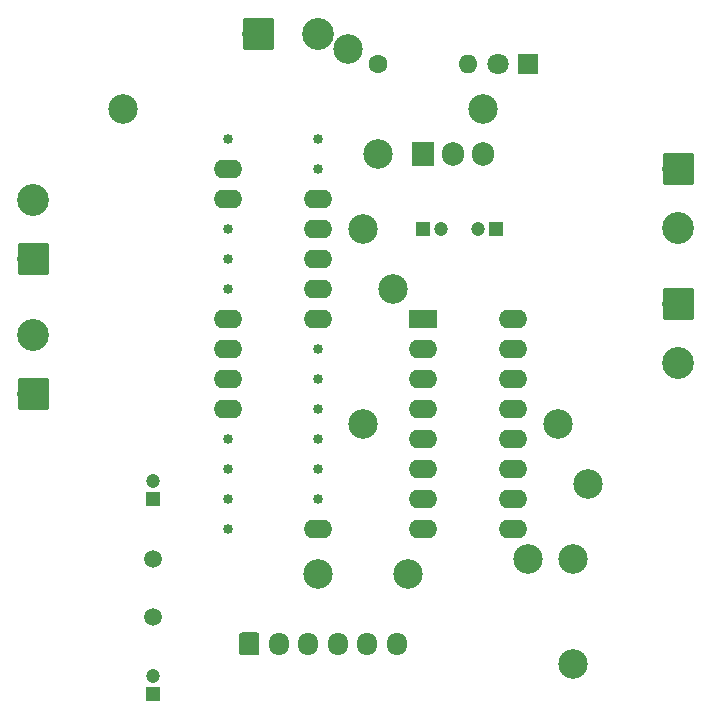
<source format=gbr>
G04 #@! TF.GenerationSoftware,KiCad,Pcbnew,(5.0.1)-4*
G04 #@! TF.CreationDate,2020-01-15T00:06:17+05:45*
G04 #@! TF.ProjectId,RC_Car,52435F4361722E6B696361645F706362,rev?*
G04 #@! TF.SameCoordinates,Original*
G04 #@! TF.FileFunction,Copper,L1,Top,Signal*
G04 #@! TF.FilePolarity,Positive*
%FSLAX46Y46*%
G04 Gerber Fmt 4.6, Leading zero omitted, Abs format (unit mm)*
G04 Created by KiCad (PCBNEW (5.0.1)-4) date 15-Jan-20 12:06:17 AM*
%MOMM*%
%LPD*%
G01*
G04 APERTURE LIST*
G04 #@! TA.AperFunction,ComponentPad*
%ADD10C,1.200000*%
G04 #@! TD*
G04 #@! TA.AperFunction,ComponentPad*
%ADD11R,1.200000X1.200000*%
G04 #@! TD*
G04 #@! TA.AperFunction,ComponentPad*
%ADD12R,1.800000X1.800000*%
G04 #@! TD*
G04 #@! TA.AperFunction,ComponentPad*
%ADD13C,1.800000*%
G04 #@! TD*
G04 #@! TA.AperFunction,Conductor*
%ADD14C,0.100000*%
G04 #@! TD*
G04 #@! TA.AperFunction,ComponentPad*
%ADD15C,2.700000*%
G04 #@! TD*
G04 #@! TA.AperFunction,ComponentPad*
%ADD16C,1.600000*%
G04 #@! TD*
G04 #@! TA.AperFunction,ComponentPad*
%ADD17O,1.600000X1.600000*%
G04 #@! TD*
G04 #@! TA.AperFunction,ComponentPad*
%ADD18O,0.850000X0.850000*%
G04 #@! TD*
G04 #@! TA.AperFunction,ComponentPad*
%ADD19O,2.400000X1.600000*%
G04 #@! TD*
G04 #@! TA.AperFunction,ComponentPad*
%ADD20R,2.400000X1.600000*%
G04 #@! TD*
G04 #@! TA.AperFunction,ComponentPad*
%ADD21R,1.905000X2.000000*%
G04 #@! TD*
G04 #@! TA.AperFunction,ComponentPad*
%ADD22O,1.905000X2.000000*%
G04 #@! TD*
G04 #@! TA.AperFunction,ComponentPad*
%ADD23C,1.500000*%
G04 #@! TD*
G04 #@! TA.AperFunction,ComponentPad*
%ADD24C,1.700000*%
G04 #@! TD*
G04 #@! TA.AperFunction,ComponentPad*
%ADD25O,1.700000X1.950000*%
G04 #@! TD*
G04 #@! TA.AperFunction,ViaPad*
%ADD26C,2.500000*%
G04 #@! TD*
G04 APERTURE END LIST*
D10*
G04 #@! TO.P,C2,2*
G04 #@! TO.N,gnd*
X65000000Y-40640000D03*
D11*
G04 #@! TO.P,C2,1*
G04 #@! TO.N,+12V*
X63500000Y-40640000D03*
G04 #@! TD*
G04 #@! TO.P,C3,1*
G04 #@! TO.N,Net-(BluetoothModule1-Pad5)*
X69620000Y-40640000D03*
D10*
G04 #@! TO.P,C3,2*
G04 #@! TO.N,gnd*
X68120000Y-40640000D03*
G04 #@! TD*
G04 #@! TO.P,C4,2*
G04 #@! TO.N,gnd*
X40640000Y-62000000D03*
D11*
G04 #@! TO.P,C4,1*
G04 #@! TO.N,Net-(C4-Pad1)*
X40640000Y-63500000D03*
G04 #@! TD*
G04 #@! TO.P,C5,1*
G04 #@! TO.N,gnd*
X40640000Y-80010000D03*
D10*
G04 #@! TO.P,C5,2*
G04 #@! TO.N,Net-(C5-Pad2)*
X40640000Y-78510000D03*
G04 #@! TD*
D12*
G04 #@! TO.P,D1,1*
G04 #@! TO.N,gnd*
X72390000Y-26670000D03*
D13*
G04 #@! TO.P,D1,2*
G04 #@! TO.N,Net-(D1-Pad2)*
X69850000Y-26670000D03*
G04 #@! TD*
D14*
G04 #@! TO.N,+12V*
G04 #@! TO.C,J4*
G36*
X50654503Y-22781204D02*
X50678772Y-22784804D01*
X50702570Y-22790765D01*
X50725670Y-22799030D01*
X50747849Y-22809520D01*
X50768892Y-22822133D01*
X50788598Y-22836748D01*
X50806776Y-22853224D01*
X50823252Y-22871402D01*
X50837867Y-22891108D01*
X50850480Y-22912151D01*
X50860970Y-22934330D01*
X50869235Y-22957430D01*
X50875196Y-22981228D01*
X50878796Y-23005497D01*
X50880000Y-23030001D01*
X50880000Y-25229999D01*
X50878796Y-25254503D01*
X50875196Y-25278772D01*
X50869235Y-25302570D01*
X50860970Y-25325670D01*
X50850480Y-25347849D01*
X50837867Y-25368892D01*
X50823252Y-25388598D01*
X50806776Y-25406776D01*
X50788598Y-25423252D01*
X50768892Y-25437867D01*
X50747849Y-25450480D01*
X50725670Y-25460970D01*
X50702570Y-25469235D01*
X50678772Y-25475196D01*
X50654503Y-25478796D01*
X50629999Y-25480000D01*
X48430001Y-25480000D01*
X48405497Y-25478796D01*
X48381228Y-25475196D01*
X48357430Y-25469235D01*
X48334330Y-25460970D01*
X48312151Y-25450480D01*
X48291108Y-25437867D01*
X48271402Y-25423252D01*
X48253224Y-25406776D01*
X48236748Y-25388598D01*
X48222133Y-25368892D01*
X48209520Y-25347849D01*
X48199030Y-25325670D01*
X48190765Y-25302570D01*
X48184804Y-25278772D01*
X48181204Y-25254503D01*
X48180000Y-25229999D01*
X48180000Y-23030001D01*
X48181204Y-23005497D01*
X48184804Y-22981228D01*
X48190765Y-22957430D01*
X48199030Y-22934330D01*
X48209520Y-22912151D01*
X48222133Y-22891108D01*
X48236748Y-22871402D01*
X48253224Y-22853224D01*
X48271402Y-22836748D01*
X48291108Y-22822133D01*
X48312151Y-22809520D01*
X48334330Y-22799030D01*
X48357430Y-22790765D01*
X48381228Y-22784804D01*
X48405497Y-22781204D01*
X48430001Y-22780000D01*
X50629999Y-22780000D01*
X50654503Y-22781204D01*
X50654503Y-22781204D01*
G37*
D15*
G04 #@! TD*
G04 #@! TO.P,J4,1*
G04 #@! TO.N,+12V*
X49530000Y-24130000D03*
G04 #@! TO.P,J4,2*
G04 #@! TO.N,gnd*
X54530000Y-24130000D03*
G04 #@! TD*
D14*
G04 #@! TO.N,Net-(Motor1-Pad1)*
G04 #@! TO.C,Motor1*
G36*
X86214503Y-45641204D02*
X86238772Y-45644804D01*
X86262570Y-45650765D01*
X86285670Y-45659030D01*
X86307849Y-45669520D01*
X86328892Y-45682133D01*
X86348598Y-45696748D01*
X86366776Y-45713224D01*
X86383252Y-45731402D01*
X86397867Y-45751108D01*
X86410480Y-45772151D01*
X86420970Y-45794330D01*
X86429235Y-45817430D01*
X86435196Y-45841228D01*
X86438796Y-45865497D01*
X86440000Y-45890001D01*
X86440000Y-48089999D01*
X86438796Y-48114503D01*
X86435196Y-48138772D01*
X86429235Y-48162570D01*
X86420970Y-48185670D01*
X86410480Y-48207849D01*
X86397867Y-48228892D01*
X86383252Y-48248598D01*
X86366776Y-48266776D01*
X86348598Y-48283252D01*
X86328892Y-48297867D01*
X86307849Y-48310480D01*
X86285670Y-48320970D01*
X86262570Y-48329235D01*
X86238772Y-48335196D01*
X86214503Y-48338796D01*
X86189999Y-48340000D01*
X83990001Y-48340000D01*
X83965497Y-48338796D01*
X83941228Y-48335196D01*
X83917430Y-48329235D01*
X83894330Y-48320970D01*
X83872151Y-48310480D01*
X83851108Y-48297867D01*
X83831402Y-48283252D01*
X83813224Y-48266776D01*
X83796748Y-48248598D01*
X83782133Y-48228892D01*
X83769520Y-48207849D01*
X83759030Y-48185670D01*
X83750765Y-48162570D01*
X83744804Y-48138772D01*
X83741204Y-48114503D01*
X83740000Y-48089999D01*
X83740000Y-45890001D01*
X83741204Y-45865497D01*
X83744804Y-45841228D01*
X83750765Y-45817430D01*
X83759030Y-45794330D01*
X83769520Y-45772151D01*
X83782133Y-45751108D01*
X83796748Y-45731402D01*
X83813224Y-45713224D01*
X83831402Y-45696748D01*
X83851108Y-45682133D01*
X83872151Y-45669520D01*
X83894330Y-45659030D01*
X83917430Y-45650765D01*
X83941228Y-45644804D01*
X83965497Y-45641204D01*
X83990001Y-45640000D01*
X86189999Y-45640000D01*
X86214503Y-45641204D01*
X86214503Y-45641204D01*
G37*
D15*
G04 #@! TD*
G04 #@! TO.P,Motor1,1*
G04 #@! TO.N,Net-(Motor1-Pad1)*
X85090000Y-46990000D03*
G04 #@! TO.P,Motor1,2*
G04 #@! TO.N,Net-(Motor1-Pad2)*
X85090000Y-51990000D03*
G04 #@! TD*
G04 #@! TO.P,Motor2,2*
G04 #@! TO.N,Net-(Motor1-Pad2)*
X85090000Y-40560000D03*
D14*
G04 #@! TD*
G04 #@! TO.N,Net-(Motor1-Pad1)*
G04 #@! TO.C,Motor2*
G36*
X86214503Y-34211204D02*
X86238772Y-34214804D01*
X86262570Y-34220765D01*
X86285670Y-34229030D01*
X86307849Y-34239520D01*
X86328892Y-34252133D01*
X86348598Y-34266748D01*
X86366776Y-34283224D01*
X86383252Y-34301402D01*
X86397867Y-34321108D01*
X86410480Y-34342151D01*
X86420970Y-34364330D01*
X86429235Y-34387430D01*
X86435196Y-34411228D01*
X86438796Y-34435497D01*
X86440000Y-34460001D01*
X86440000Y-36659999D01*
X86438796Y-36684503D01*
X86435196Y-36708772D01*
X86429235Y-36732570D01*
X86420970Y-36755670D01*
X86410480Y-36777849D01*
X86397867Y-36798892D01*
X86383252Y-36818598D01*
X86366776Y-36836776D01*
X86348598Y-36853252D01*
X86328892Y-36867867D01*
X86307849Y-36880480D01*
X86285670Y-36890970D01*
X86262570Y-36899235D01*
X86238772Y-36905196D01*
X86214503Y-36908796D01*
X86189999Y-36910000D01*
X83990001Y-36910000D01*
X83965497Y-36908796D01*
X83941228Y-36905196D01*
X83917430Y-36899235D01*
X83894330Y-36890970D01*
X83872151Y-36880480D01*
X83851108Y-36867867D01*
X83831402Y-36853252D01*
X83813224Y-36836776D01*
X83796748Y-36818598D01*
X83782133Y-36798892D01*
X83769520Y-36777849D01*
X83759030Y-36755670D01*
X83750765Y-36732570D01*
X83744804Y-36708772D01*
X83741204Y-36684503D01*
X83740000Y-36659999D01*
X83740000Y-34460001D01*
X83741204Y-34435497D01*
X83744804Y-34411228D01*
X83750765Y-34387430D01*
X83759030Y-34364330D01*
X83769520Y-34342151D01*
X83782133Y-34321108D01*
X83796748Y-34301402D01*
X83813224Y-34283224D01*
X83831402Y-34266748D01*
X83851108Y-34252133D01*
X83872151Y-34239520D01*
X83894330Y-34229030D01*
X83917430Y-34220765D01*
X83941228Y-34214804D01*
X83965497Y-34211204D01*
X83990001Y-34210000D01*
X86189999Y-34210000D01*
X86214503Y-34211204D01*
X86214503Y-34211204D01*
G37*
D15*
G04 #@! TO.P,Motor2,1*
G04 #@! TO.N,Net-(Motor1-Pad1)*
X85090000Y-35560000D03*
G04 #@! TD*
D14*
G04 #@! TO.N,Net-(Motor3-Pad1)*
G04 #@! TO.C,Motor3*
G36*
X31604503Y-41831204D02*
X31628772Y-41834804D01*
X31652570Y-41840765D01*
X31675670Y-41849030D01*
X31697849Y-41859520D01*
X31718892Y-41872133D01*
X31738598Y-41886748D01*
X31756776Y-41903224D01*
X31773252Y-41921402D01*
X31787867Y-41941108D01*
X31800480Y-41962151D01*
X31810970Y-41984330D01*
X31819235Y-42007430D01*
X31825196Y-42031228D01*
X31828796Y-42055497D01*
X31830000Y-42080001D01*
X31830000Y-44279999D01*
X31828796Y-44304503D01*
X31825196Y-44328772D01*
X31819235Y-44352570D01*
X31810970Y-44375670D01*
X31800480Y-44397849D01*
X31787867Y-44418892D01*
X31773252Y-44438598D01*
X31756776Y-44456776D01*
X31738598Y-44473252D01*
X31718892Y-44487867D01*
X31697849Y-44500480D01*
X31675670Y-44510970D01*
X31652570Y-44519235D01*
X31628772Y-44525196D01*
X31604503Y-44528796D01*
X31579999Y-44530000D01*
X29380001Y-44530000D01*
X29355497Y-44528796D01*
X29331228Y-44525196D01*
X29307430Y-44519235D01*
X29284330Y-44510970D01*
X29262151Y-44500480D01*
X29241108Y-44487867D01*
X29221402Y-44473252D01*
X29203224Y-44456776D01*
X29186748Y-44438598D01*
X29172133Y-44418892D01*
X29159520Y-44397849D01*
X29149030Y-44375670D01*
X29140765Y-44352570D01*
X29134804Y-44328772D01*
X29131204Y-44304503D01*
X29130000Y-44279999D01*
X29130000Y-42080001D01*
X29131204Y-42055497D01*
X29134804Y-42031228D01*
X29140765Y-42007430D01*
X29149030Y-41984330D01*
X29159520Y-41962151D01*
X29172133Y-41941108D01*
X29186748Y-41921402D01*
X29203224Y-41903224D01*
X29221402Y-41886748D01*
X29241108Y-41872133D01*
X29262151Y-41859520D01*
X29284330Y-41849030D01*
X29307430Y-41840765D01*
X29331228Y-41834804D01*
X29355497Y-41831204D01*
X29380001Y-41830000D01*
X31579999Y-41830000D01*
X31604503Y-41831204D01*
X31604503Y-41831204D01*
G37*
D15*
G04 #@! TD*
G04 #@! TO.P,Motor3,1*
G04 #@! TO.N,Net-(Motor3-Pad1)*
X30480000Y-43180000D03*
G04 #@! TO.P,Motor3,2*
G04 #@! TO.N,Net-(Motor3-Pad2)*
X30480000Y-38180000D03*
G04 #@! TD*
G04 #@! TO.P,Motor4,2*
G04 #@! TO.N,Net-(Motor3-Pad2)*
X30480000Y-49610000D03*
D14*
G04 #@! TD*
G04 #@! TO.N,Net-(Motor3-Pad1)*
G04 #@! TO.C,Motor4*
G36*
X31604503Y-53261204D02*
X31628772Y-53264804D01*
X31652570Y-53270765D01*
X31675670Y-53279030D01*
X31697849Y-53289520D01*
X31718892Y-53302133D01*
X31738598Y-53316748D01*
X31756776Y-53333224D01*
X31773252Y-53351402D01*
X31787867Y-53371108D01*
X31800480Y-53392151D01*
X31810970Y-53414330D01*
X31819235Y-53437430D01*
X31825196Y-53461228D01*
X31828796Y-53485497D01*
X31830000Y-53510001D01*
X31830000Y-55709999D01*
X31828796Y-55734503D01*
X31825196Y-55758772D01*
X31819235Y-55782570D01*
X31810970Y-55805670D01*
X31800480Y-55827849D01*
X31787867Y-55848892D01*
X31773252Y-55868598D01*
X31756776Y-55886776D01*
X31738598Y-55903252D01*
X31718892Y-55917867D01*
X31697849Y-55930480D01*
X31675670Y-55940970D01*
X31652570Y-55949235D01*
X31628772Y-55955196D01*
X31604503Y-55958796D01*
X31579999Y-55960000D01*
X29380001Y-55960000D01*
X29355497Y-55958796D01*
X29331228Y-55955196D01*
X29307430Y-55949235D01*
X29284330Y-55940970D01*
X29262151Y-55930480D01*
X29241108Y-55917867D01*
X29221402Y-55903252D01*
X29203224Y-55886776D01*
X29186748Y-55868598D01*
X29172133Y-55848892D01*
X29159520Y-55827849D01*
X29149030Y-55805670D01*
X29140765Y-55782570D01*
X29134804Y-55758772D01*
X29131204Y-55734503D01*
X29130000Y-55709999D01*
X29130000Y-53510001D01*
X29131204Y-53485497D01*
X29134804Y-53461228D01*
X29140765Y-53437430D01*
X29149030Y-53414330D01*
X29159520Y-53392151D01*
X29172133Y-53371108D01*
X29186748Y-53351402D01*
X29203224Y-53333224D01*
X29221402Y-53316748D01*
X29241108Y-53302133D01*
X29262151Y-53289520D01*
X29284330Y-53279030D01*
X29307430Y-53270765D01*
X29331228Y-53264804D01*
X29355497Y-53261204D01*
X29380001Y-53260000D01*
X31579999Y-53260000D01*
X31604503Y-53261204D01*
X31604503Y-53261204D01*
G37*
D15*
G04 #@! TO.P,Motor4,1*
G04 #@! TO.N,Net-(Motor3-Pad1)*
X30480000Y-54610000D03*
G04 #@! TD*
D16*
G04 #@! TO.P,R1,1*
G04 #@! TO.N,Net-(BluetoothModule1-Pad5)*
X59690000Y-26670000D03*
D17*
G04 #@! TO.P,R1,2*
G04 #@! TO.N,Net-(D1-Pad2)*
X67310000Y-26670000D03*
G04 #@! TD*
D18*
G04 #@! TO.P,U1,1*
G04 #@! TO.N,Net-(C1-Pad1)*
X46990000Y-33020000D03*
D19*
G04 #@! TO.P,U1,15*
G04 #@! TO.N,Net-(U1-Pad15)*
X54610000Y-66040000D03*
G04 #@! TO.P,U1,2*
G04 #@! TO.N,TXD*
X46990000Y-35560000D03*
D18*
G04 #@! TO.P,U1,16*
G04 #@! TO.N,Net-(U1-Pad16)*
X54610000Y-63500000D03*
D19*
G04 #@! TO.P,U1,3*
G04 #@! TO.N,RXD*
X46990000Y-38100000D03*
D18*
G04 #@! TO.P,U1,17*
G04 #@! TO.N,Net-(U1-Pad17)*
X54610000Y-60960000D03*
G04 #@! TO.P,U1,4*
G04 #@! TO.N,Net-(U1-Pad4)*
X46990000Y-40640000D03*
G04 #@! TO.P,U1,18*
G04 #@! TO.N,Net-(U1-Pad18)*
X54610000Y-58420000D03*
G04 #@! TO.P,U1,5*
G04 #@! TO.N,Net-(U1-Pad5)*
X46990000Y-43180000D03*
G04 #@! TO.P,U1,19*
G04 #@! TO.N,Net-(U1-Pad19)*
X54610000Y-55880000D03*
G04 #@! TO.P,U1,6*
G04 #@! TO.N,Net-(U1-Pad6)*
X46990000Y-45720000D03*
G04 #@! TO.P,U1,20*
G04 #@! TO.N,Net-(U1-Pad20)*
X54610000Y-53340000D03*
D19*
G04 #@! TO.P,U1,7*
G04 #@! TO.N,Net-(BluetoothModule1-Pad5)*
X46990000Y-48260000D03*
D18*
G04 #@! TO.P,U1,21*
G04 #@! TO.N,Net-(U1-Pad21)*
X54610000Y-50800000D03*
D19*
G04 #@! TO.P,U1,8*
G04 #@! TO.N,gnd*
X46990000Y-50800000D03*
G04 #@! TO.P,U1,22*
X54610000Y-48260000D03*
G04 #@! TO.P,U1,9*
G04 #@! TO.N,Net-(C4-Pad1)*
X46990000Y-53340000D03*
G04 #@! TO.P,U1,23*
G04 #@! TO.N,Net-(U1-Pad23)*
X54610000Y-45720000D03*
G04 #@! TO.P,U1,10*
G04 #@! TO.N,Net-(C5-Pad2)*
X46990000Y-55880000D03*
G04 #@! TO.P,U1,24*
G04 #@! TO.N,Net-(U1-Pad24)*
X54610000Y-43180000D03*
D18*
G04 #@! TO.P,U1,11*
G04 #@! TO.N,Net-(U1-Pad11)*
X46990000Y-58420000D03*
D19*
G04 #@! TO.P,U1,25*
G04 #@! TO.N,Net-(U1-Pad25)*
X54610000Y-40640000D03*
D18*
G04 #@! TO.P,U1,12*
G04 #@! TO.N,Net-(U1-Pad12)*
X46990000Y-60960000D03*
D19*
G04 #@! TO.P,U1,26*
G04 #@! TO.N,Net-(U1-Pad26)*
X54610000Y-38100000D03*
D18*
G04 #@! TO.P,U1,13*
G04 #@! TO.N,Net-(U1-Pad13)*
X46990000Y-63500000D03*
G04 #@! TO.P,U1,27*
G04 #@! TO.N,Net-(U1-Pad27)*
X54610000Y-35560000D03*
G04 #@! TO.P,U1,14*
G04 #@! TO.N,Net-(U1-Pad14)*
X46990000Y-66040000D03*
G04 #@! TO.P,U1,28*
G04 #@! TO.N,Net-(U1-Pad28)*
X54610000Y-33020000D03*
G04 #@! TD*
D20*
G04 #@! TO.P,U2,1*
G04 #@! TO.N,Net-(U1-Pad15)*
X63500000Y-48260000D03*
D19*
G04 #@! TO.P,U2,9*
X71120000Y-66040000D03*
G04 #@! TO.P,U2,2*
G04 #@! TO.N,Net-(U1-Pad23)*
X63500000Y-50800000D03*
G04 #@! TO.P,U2,10*
G04 #@! TO.N,Net-(U1-Pad25)*
X71120000Y-63500000D03*
G04 #@! TO.P,U2,3*
G04 #@! TO.N,Net-(Motor1-Pad1)*
X63500000Y-53340000D03*
G04 #@! TO.P,U2,11*
G04 #@! TO.N,Net-(Motor3-Pad1)*
X71120000Y-60960000D03*
G04 #@! TO.P,U2,4*
G04 #@! TO.N,gnd*
X63500000Y-55880000D03*
G04 #@! TO.P,U2,12*
X71120000Y-58420000D03*
G04 #@! TO.P,U2,5*
X63500000Y-58420000D03*
G04 #@! TO.P,U2,13*
X71120000Y-55880000D03*
G04 #@! TO.P,U2,6*
G04 #@! TO.N,Net-(Motor1-Pad2)*
X63500000Y-60960000D03*
G04 #@! TO.P,U2,14*
G04 #@! TO.N,Net-(Motor3-Pad2)*
X71120000Y-53340000D03*
G04 #@! TO.P,U2,7*
G04 #@! TO.N,Net-(U1-Pad24)*
X63500000Y-63500000D03*
G04 #@! TO.P,U2,15*
G04 #@! TO.N,Net-(U1-Pad26)*
X71120000Y-50800000D03*
G04 #@! TO.P,U2,8*
G04 #@! TO.N,+12V*
X63500000Y-66040000D03*
G04 #@! TO.P,U2,16*
X71120000Y-48260000D03*
G04 #@! TD*
D21*
G04 #@! TO.P,U3,1*
G04 #@! TO.N,+12V*
X63500000Y-34290000D03*
D22*
G04 #@! TO.P,U3,2*
G04 #@! TO.N,gnd*
X66040000Y-34290000D03*
G04 #@! TO.P,U3,3*
G04 #@! TO.N,Net-(BluetoothModule1-Pad5)*
X68580000Y-34290000D03*
G04 #@! TD*
D23*
G04 #@! TO.P,Y1,1*
G04 #@! TO.N,Net-(C4-Pad1)*
X40640000Y-68580000D03*
G04 #@! TO.P,Y1,2*
G04 #@! TO.N,Net-(C5-Pad2)*
X40640000Y-73480000D03*
G04 #@! TD*
D14*
G04 #@! TO.N,Net-(BluetoothModule1-Pad1)*
G04 #@! TO.C,BluetoothModule1*
G36*
X49369505Y-74811205D02*
X49393774Y-74814805D01*
X49417572Y-74820766D01*
X49440672Y-74829031D01*
X49462850Y-74839521D01*
X49483894Y-74852134D01*
X49503599Y-74866748D01*
X49521778Y-74883224D01*
X49538254Y-74901403D01*
X49552868Y-74921108D01*
X49565481Y-74942152D01*
X49575971Y-74964330D01*
X49584236Y-74987430D01*
X49590197Y-75011228D01*
X49593797Y-75035497D01*
X49595001Y-75060001D01*
X49595001Y-76510001D01*
X49593797Y-76534505D01*
X49590197Y-76558774D01*
X49584236Y-76582572D01*
X49575971Y-76605672D01*
X49565481Y-76627850D01*
X49552868Y-76648894D01*
X49538254Y-76668599D01*
X49521778Y-76686778D01*
X49503599Y-76703254D01*
X49483894Y-76717868D01*
X49462850Y-76730481D01*
X49440672Y-76740971D01*
X49417572Y-76749236D01*
X49393774Y-76755197D01*
X49369505Y-76758797D01*
X49345001Y-76760001D01*
X48145001Y-76760001D01*
X48120497Y-76758797D01*
X48096228Y-76755197D01*
X48072430Y-76749236D01*
X48049330Y-76740971D01*
X48027152Y-76730481D01*
X48006108Y-76717868D01*
X47986403Y-76703254D01*
X47968224Y-76686778D01*
X47951748Y-76668599D01*
X47937134Y-76648894D01*
X47924521Y-76627850D01*
X47914031Y-76605672D01*
X47905766Y-76582572D01*
X47899805Y-76558774D01*
X47896205Y-76534505D01*
X47895001Y-76510001D01*
X47895001Y-75060001D01*
X47896205Y-75035497D01*
X47899805Y-75011228D01*
X47905766Y-74987430D01*
X47914031Y-74964330D01*
X47924521Y-74942152D01*
X47937134Y-74921108D01*
X47951748Y-74901403D01*
X47968224Y-74883224D01*
X47986403Y-74866748D01*
X48006108Y-74852134D01*
X48027152Y-74839521D01*
X48049330Y-74829031D01*
X48072430Y-74820766D01*
X48096228Y-74814805D01*
X48120497Y-74811205D01*
X48145001Y-74810001D01*
X49345001Y-74810001D01*
X49369505Y-74811205D01*
X49369505Y-74811205D01*
G37*
D24*
G04 #@! TD*
G04 #@! TO.P,BluetoothModule1,1*
G04 #@! TO.N,Net-(BluetoothModule1-Pad1)*
X48745001Y-75785001D03*
D25*
G04 #@! TO.P,BluetoothModule1,2*
G04 #@! TO.N,RXD*
X51245001Y-75785001D03*
G04 #@! TO.P,BluetoothModule1,3*
G04 #@! TO.N,TXD*
X53745001Y-75785001D03*
G04 #@! TO.P,BluetoothModule1,4*
G04 #@! TO.N,gnd*
X56245001Y-75785001D03*
G04 #@! TO.P,BluetoothModule1,5*
G04 #@! TO.N,Net-(BluetoothModule1-Pad5)*
X58745001Y-75785001D03*
G04 #@! TO.P,BluetoothModule1,6*
G04 #@! TO.N,Net-(BluetoothModule1-Pad6)*
X61245001Y-75785001D03*
G04 #@! TD*
D26*
G04 #@! TO.N,*
X58420000Y-40640000D03*
G04 #@! TO.N,Net-(BluetoothModule1-Pad5)*
X38100000Y-30480000D03*
X68580000Y-30480000D03*
G04 #@! TO.N,gnd*
X57150000Y-25400000D03*
G04 #@! TO.N,+12V*
X59690000Y-34290000D03*
G04 #@! TO.N,Net-(U1-Pad15)*
X60960000Y-45720000D03*
G04 #@! TO.N,gnd*
X58420000Y-57150000D03*
X74930000Y-57150000D03*
G04 #@! TO.N,Net-(Motor3-Pad1)*
X77470000Y-62230000D03*
G04 #@! TO.N,Net-(U1-Pad25)*
X76200000Y-68580000D03*
G04 #@! TO.N,Net-(U1-Pad15)*
X72390000Y-68580000D03*
G04 #@! TO.N,Net-(Motor3-Pad1)*
X76200000Y-77470000D03*
G04 #@! TO.N,Net-(U1-Pad15)*
X54610000Y-69850000D03*
G04 #@! TO.N,+12V*
X62230000Y-69850000D03*
G04 #@! TD*
M02*

</source>
